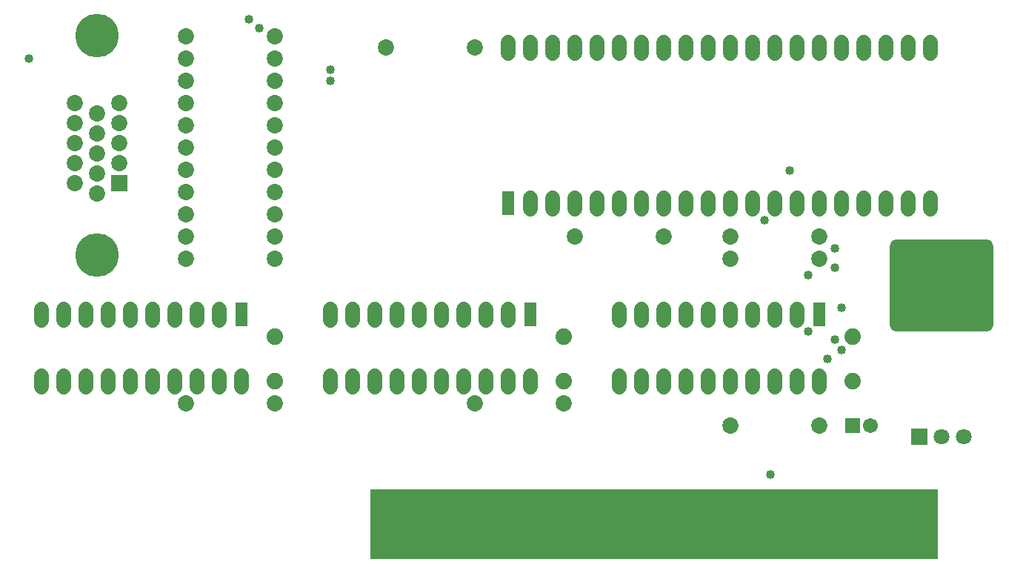
<source format=gbs>
%FSLAX34Y34*%
%MOMM*%
%LNSOLDERMASK_BOTTOM*%
G71*
G01*
%ADD10C, 1.854*%
%ADD11C, 1.854*%
%ADD12C, 1.854*%
%ADD13C, 1.803*%
%ADD14C, 1.702*%
%ADD15C, 1.880*%
%ADD16C, 4.978*%
%ADD17C, 1.016*%
%ADD18C, 1.016*%
%ADD19R, 1.473X7.823*%
%ADD20C, 0.200*%
%ADD21C, 1.673*%
%ADD22R, 1.473X2.743*%
%LPD*%
X763270Y369570D02*
G54D10*
D03*
X661670Y369570D02*
G54D10*
D03*
X839470Y369570D02*
G54D10*
D03*
X941070Y369570D02*
G54D10*
D03*
X547370Y585470D02*
G54D10*
D03*
X445770Y585470D02*
G54D10*
D03*
X217170Y471170D02*
G54D10*
D03*
X318770Y471170D02*
G54D10*
D03*
X217170Y369570D02*
G54D10*
D03*
X318770Y369570D02*
G54D10*
D03*
X318770Y344170D02*
G54D10*
D03*
X217170Y344170D02*
G54D10*
D03*
X318770Y394970D02*
G54D10*
D03*
X217170Y394970D02*
G54D10*
D03*
X318770Y445770D02*
G54D10*
D03*
X217170Y445770D02*
G54D10*
D03*
X318770Y420370D02*
G54D10*
D03*
X217170Y420370D02*
G54D10*
D03*
X318770Y496570D02*
G54D10*
D03*
X217170Y496570D02*
G54D10*
D03*
X318770Y521970D02*
G54D10*
D03*
X217170Y521970D02*
G54D10*
D03*
X318770Y547370D02*
G54D10*
D03*
X217170Y547370D02*
G54D10*
D03*
X318770Y572770D02*
G54D10*
D03*
X318770Y598170D02*
G54D10*
D03*
X318770Y179070D02*
G54D10*
D03*
X217170Y179070D02*
G54D10*
D03*
X648970Y179070D02*
G54D10*
D03*
X941070Y153670D02*
G54D10*
D03*
X217170Y598170D02*
G54D10*
D03*
X217170Y572770D02*
G54D10*
D03*
X115570Y510540D02*
G54D11*
D03*
X115570Y487680D02*
G54D11*
D03*
X115570Y464820D02*
G54D11*
D03*
X115570Y441960D02*
G54D11*
D03*
X140970Y499110D02*
G54D11*
D03*
X140970Y476250D02*
G54D11*
D03*
X140970Y453390D02*
G54D11*
D03*
X115570Y419100D02*
G54D12*
D03*
X90170Y430530D02*
G54D11*
D03*
X90170Y453390D02*
G54D11*
D03*
X90170Y476250D02*
G54D11*
D03*
X90170Y499110D02*
G54D11*
D03*
X90170Y521970D02*
G54D11*
D03*
X839470Y153670D02*
G54D10*
D03*
X547370Y179070D02*
G54D10*
D03*
X140970Y521970D02*
G54D11*
D03*
X941070Y344170D02*
G54D10*
D03*
X839470Y344170D02*
G54D10*
D03*
G36*
X1046353Y149987D02*
X1064387Y149987D01*
X1064387Y131953D01*
X1046353Y131953D01*
X1046353Y149987D01*
G37*
X1080770Y140970D02*
G54D13*
D03*
X1106170Y140970D02*
G54D13*
D03*
X999236Y153670D02*
G54D14*
D03*
G36*
X970661Y162179D02*
X987679Y162179D01*
X987679Y145161D01*
X970661Y145161D01*
X970661Y162179D01*
G37*
X648970Y204470D02*
G54D15*
D03*
X648970Y255270D02*
G54D15*
D03*
X979170Y204470D02*
G54D15*
D03*
X979170Y255270D02*
G54D15*
D03*
X318770Y255270D02*
G54D15*
D03*
X318770Y204470D02*
G54D15*
D03*
X115570Y348742D02*
G54D16*
D03*
X115570Y598678D02*
G54D16*
D03*
G36*
X131699Y439801D02*
X150241Y439801D01*
X150241Y421259D01*
X131699Y421259D01*
X131699Y439801D01*
G37*
X300990Y607314D02*
G54D17*
D03*
X288798Y617474D02*
G54D17*
D03*
X958850Y356362D02*
G54D17*
D03*
X958850Y334264D02*
G54D17*
D03*
X958850Y251968D02*
G54D17*
D03*
X382524Y560324D02*
G54D17*
D03*
X382016Y547116D02*
G54D17*
D03*
X37592Y573024D02*
G54D17*
D03*
X907288Y445008D02*
G54D18*
D03*
X878840Y388366D02*
G54D18*
D03*
X950214Y230124D02*
G54D18*
D03*
X928370Y325374D02*
G54D18*
D03*
X928370Y261366D02*
G54D18*
D03*
X966470Y288544D02*
G54D18*
D03*
X966470Y239776D02*
G54D18*
D03*
X885190Y97536D02*
G54D18*
D03*
X778510Y41910D02*
G54D19*
D03*
X1057910Y41910D02*
G54D19*
D03*
X1032510Y41910D02*
G54D19*
D03*
X1007110Y41910D02*
G54D19*
D03*
X981710Y41910D02*
G54D19*
D03*
X956310Y41910D02*
G54D19*
D03*
X930910Y41910D02*
G54D19*
D03*
X905510Y41910D02*
G54D19*
D03*
X880110Y41910D02*
G54D19*
D03*
X854710Y41910D02*
G54D19*
D03*
X829310Y41910D02*
G54D19*
D03*
X803910Y41910D02*
G54D19*
D03*
X753110Y41910D02*
G54D19*
D03*
X727710Y41910D02*
G54D19*
D03*
X702310Y41910D02*
G54D19*
D03*
X676910Y41910D02*
G54D19*
D03*
X651510Y41910D02*
G54D19*
D03*
X626110Y41910D02*
G54D19*
D03*
X600710Y41910D02*
G54D19*
D03*
X575310Y41910D02*
G54D19*
D03*
X549910Y41910D02*
G54D19*
D03*
X524510Y41910D02*
G54D19*
D03*
X499110Y41910D02*
G54D19*
D03*
X473710Y41910D02*
G54D19*
D03*
X448310Y41910D02*
G54D19*
D03*
G36*
X1022604Y267970D02*
X1138936Y267970D01*
X1138936Y359410D01*
X1022604Y359410D01*
X1022604Y267970D01*
G37*
G54D20*
X1022604Y267970D02*
X1138936Y267970D01*
X1138936Y359410D01*
X1022604Y359410D01*
X1022604Y267970D01*
G36*
X1028700Y261874D02*
X1132840Y261874D01*
X1132840Y365506D01*
X1028700Y365506D01*
X1028700Y261874D01*
G37*
G54D20*
X1028700Y261874D02*
X1132840Y261874D01*
X1132840Y365506D01*
X1028700Y365506D01*
X1028700Y261874D01*
G54D20*
G75*
G01X1138936Y267970D02*
G03X1138936Y267970I-6096J0D01*
G01*
G36*
G75*
G01X1138936Y267970D02*
G03X1138936Y267970I-6096J0D01*
G01*
G37*
X1138936Y267970D01*
G54D20*
G75*
G01X1034796Y267970D02*
G03X1034796Y267970I-6096J0D01*
G01*
G36*
G75*
G01X1034796Y267970D02*
G03X1034796Y267970I-6096J0D01*
G01*
G37*
X1034796Y267970D01*
G54D20*
G75*
G01X1034796Y359410D02*
G03X1034796Y359410I-6096J0D01*
G01*
G36*
G75*
G01X1034796Y359410D02*
G03X1034796Y359410I-6096J0D01*
G01*
G37*
X1034796Y359410D01*
G54D20*
G75*
G01X1138936Y359410D02*
G03X1138936Y359410I-6096J0D01*
G01*
G36*
G75*
G01X1138936Y359410D02*
G03X1138936Y359410I-6096J0D01*
G01*
G37*
X1138936Y359410D01*
G54D21*
X52070Y198120D02*
X52070Y210820D01*
G54D21*
X77470Y198120D02*
X77470Y210820D01*
G54D21*
X102870Y198120D02*
X102870Y210820D01*
G54D21*
X128270Y198120D02*
X128270Y210820D01*
G54D21*
X153670Y198120D02*
X153670Y210820D01*
G54D21*
X179070Y198120D02*
X179070Y210820D01*
G54D21*
X204470Y198120D02*
X204470Y210820D01*
G54D21*
X229870Y198120D02*
X229870Y210820D01*
G54D21*
X255270Y198120D02*
X255270Y210820D01*
G54D21*
X280670Y198120D02*
X280670Y210820D01*
G54D21*
X52070Y274320D02*
X52070Y287020D01*
G54D21*
X77470Y274320D02*
X77470Y287020D01*
G54D21*
X102870Y274320D02*
X102870Y287020D01*
G54D21*
X128270Y274320D02*
X128270Y287020D01*
G54D21*
X153670Y274320D02*
X153670Y287020D01*
G54D21*
X179070Y274320D02*
X179070Y287020D01*
G54D21*
X204470Y274320D02*
X204470Y287020D01*
G54D21*
X229870Y274320D02*
X229870Y287020D01*
G54D21*
X255270Y274320D02*
X255270Y287020D01*
G54D21*
X382270Y198120D02*
X382270Y210820D01*
G54D21*
X407670Y198120D02*
X407670Y210820D01*
G54D21*
X433070Y198120D02*
X433070Y210820D01*
G54D21*
X458470Y198120D02*
X458470Y210820D01*
G54D21*
X483870Y198120D02*
X483870Y210820D01*
G54D21*
X509270Y198120D02*
X509270Y210820D01*
G54D21*
X534670Y198120D02*
X534670Y210820D01*
G54D21*
X560070Y198120D02*
X560070Y210820D01*
G54D21*
X610870Y198120D02*
X610870Y210820D01*
G54D21*
X382270Y274320D02*
X382270Y287020D01*
G54D21*
X407670Y274320D02*
X407670Y287020D01*
G54D21*
X433070Y274320D02*
X433070Y287020D01*
G54D21*
X458470Y274320D02*
X458470Y287020D01*
G54D21*
X483870Y274320D02*
X483870Y287020D01*
G54D21*
X509270Y274320D02*
X509270Y287020D01*
G54D21*
X534670Y274320D02*
X534670Y287020D01*
G54D21*
X560070Y274320D02*
X560070Y287020D01*
G54D21*
X585470Y274320D02*
X585470Y287020D01*
G54D21*
X712470Y198120D02*
X712470Y210820D01*
G54D21*
X737870Y198120D02*
X737870Y210820D01*
G54D21*
X763270Y198120D02*
X763270Y210820D01*
G54D21*
X788670Y198120D02*
X788670Y210820D01*
G54D21*
X814070Y198120D02*
X814070Y210820D01*
G54D21*
X839470Y198120D02*
X839470Y210820D01*
G54D21*
X864870Y198120D02*
X864870Y210820D01*
G54D21*
X890270Y198120D02*
X890270Y210820D01*
G54D21*
X941070Y198120D02*
X941070Y210820D01*
G54D21*
X712470Y274320D02*
X712470Y287020D01*
G54D21*
X737870Y274320D02*
X737870Y287020D01*
G54D21*
X763270Y274320D02*
X763270Y287020D01*
G54D21*
X788670Y274320D02*
X788670Y287020D01*
G54D21*
X814070Y274320D02*
X814070Y287020D01*
G54D21*
X839470Y274320D02*
X839470Y287020D01*
G54D21*
X864870Y274320D02*
X864870Y287020D01*
G54D21*
X890270Y274320D02*
X890270Y287020D01*
G54D21*
X915670Y274320D02*
X915670Y287020D01*
G54D21*
X915670Y198120D02*
X915670Y210820D01*
G54D21*
X585470Y198120D02*
X585470Y210820D01*
G54D21*
X966470Y401320D02*
X966470Y414020D01*
G54D21*
X991870Y401320D02*
X991870Y414020D01*
G54D21*
X1068070Y579120D02*
X1068070Y591820D01*
G54D21*
X1042670Y579120D02*
X1042670Y591820D01*
G54D21*
X1017270Y579120D02*
X1017270Y591820D01*
G54D21*
X991870Y579120D02*
X991870Y591820D01*
G54D21*
X966470Y579120D02*
X966470Y591820D01*
G54D21*
X941070Y579120D02*
X941070Y591820D01*
G54D21*
X915670Y579120D02*
X915670Y591820D01*
G54D21*
X890270Y579120D02*
X890270Y591820D01*
G54D21*
X864870Y579120D02*
X864870Y591820D01*
G54D21*
X839470Y579120D02*
X839470Y591820D01*
G54D21*
X814070Y579120D02*
X814070Y591820D01*
G54D21*
X788670Y579120D02*
X788670Y591820D01*
G54D21*
X763270Y579120D02*
X763270Y591820D01*
G54D21*
X737870Y579120D02*
X737870Y591820D01*
G54D21*
X712470Y579120D02*
X712470Y591820D01*
G54D21*
X687070Y579120D02*
X687070Y591820D01*
G54D21*
X661670Y579120D02*
X661670Y591820D01*
G54D21*
X636270Y579120D02*
X636270Y591820D01*
G54D21*
X610870Y579120D02*
X610870Y591820D01*
G54D21*
X585470Y579120D02*
X585470Y591820D01*
G54D21*
X1068070Y401320D02*
X1068070Y414020D01*
G54D21*
X1042670Y401320D02*
X1042670Y414020D01*
G54D21*
X1017270Y401320D02*
X1017270Y414020D01*
G54D21*
X941070Y401320D02*
X941070Y414020D01*
G54D21*
X915670Y401320D02*
X915670Y414020D01*
G54D21*
X890270Y401320D02*
X890270Y414020D01*
G54D21*
X864870Y401320D02*
X864870Y414020D01*
G54D21*
X839470Y401320D02*
X839470Y414020D01*
G54D21*
X814070Y401320D02*
X814070Y414020D01*
G54D21*
X788670Y401320D02*
X788670Y414020D01*
G54D21*
X763270Y401320D02*
X763270Y414020D01*
G54D21*
X737870Y401320D02*
X737870Y414020D01*
G54D21*
X712470Y401320D02*
X712470Y414020D01*
G54D21*
X687070Y401320D02*
X687070Y414020D01*
G54D21*
X661670Y401320D02*
X661670Y414020D01*
G54D21*
X636270Y401320D02*
X636270Y414020D01*
G54D21*
X610870Y401320D02*
X610870Y414020D01*
X280670Y280670D02*
G54D22*
D03*
X610870Y280670D02*
G54D22*
D03*
X941070Y280670D02*
G54D22*
D03*
X585470Y407670D02*
G54D22*
D03*
G36*
X427990Y81220D02*
X1076835Y80970D01*
X1076960Y1270D01*
X427990Y1270D01*
X427990Y81220D01*
G37*
M02*

</source>
